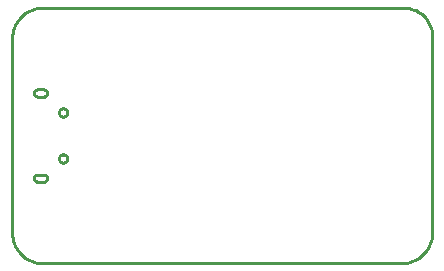
<source format=gbr>
G04 EAGLE Gerber RS-274X export*
G75*
%MOMM*%
%FSLAX34Y34*%
%LPD*%
%IN*%
%IPPOS*%
%AMOC8*
5,1,8,0,0,1.08239X$1,22.5*%
G01*
%ADD10C,0.254000*%


D10*
X0Y25400D02*
X97Y23186D01*
X386Y20989D01*
X865Y18826D01*
X1532Y16713D01*
X2380Y14666D01*
X3403Y12700D01*
X4594Y10831D01*
X5942Y9073D01*
X7440Y7440D01*
X9073Y5942D01*
X10831Y4594D01*
X12700Y3403D01*
X14666Y2380D01*
X16713Y1532D01*
X18826Y865D01*
X20989Y386D01*
X23186Y97D01*
X25400Y0D01*
X330200Y0D01*
X332414Y97D01*
X334611Y386D01*
X336774Y865D01*
X338887Y1532D01*
X340935Y2380D01*
X342900Y3403D01*
X344769Y4594D01*
X346527Y5942D01*
X348161Y7440D01*
X349658Y9073D01*
X351006Y10831D01*
X352197Y12700D01*
X353220Y14666D01*
X354068Y16713D01*
X354735Y18826D01*
X355214Y20989D01*
X355503Y23186D01*
X355600Y25400D01*
X355600Y190500D01*
X355677Y192555D01*
X355574Y194609D01*
X355292Y196646D01*
X354835Y198651D01*
X354204Y200608D01*
X353405Y202503D01*
X352444Y204321D01*
X351328Y206048D01*
X350066Y207671D01*
X348667Y209179D01*
X347142Y210558D01*
X345502Y211800D01*
X343761Y212894D01*
X341931Y213832D01*
X340026Y214606D01*
X338061Y215212D01*
X336050Y215645D01*
X334010Y215900D01*
X25400Y215900D01*
X23186Y215803D01*
X20989Y215514D01*
X18826Y215035D01*
X16713Y214368D01*
X14666Y213520D01*
X12700Y212497D01*
X10831Y211306D01*
X9073Y209958D01*
X7440Y208461D01*
X5942Y206827D01*
X4594Y205069D01*
X3403Y203200D01*
X2380Y201235D01*
X1532Y199187D01*
X865Y197074D01*
X386Y194911D01*
X97Y192714D01*
X0Y190500D01*
X0Y25400D01*
X18680Y71950D02*
X18669Y71709D01*
X18678Y71469D01*
X18709Y71230D01*
X18760Y70994D01*
X18832Y70764D01*
X18923Y70542D01*
X19034Y70327D01*
X19163Y70124D01*
X19309Y69932D01*
X19471Y69754D01*
X19648Y69591D01*
X19839Y69443D01*
X20041Y69313D01*
X20255Y69201D01*
X20477Y69108D01*
X20706Y69035D01*
X20941Y68982D01*
X21180Y68950D01*
X27180Y68950D01*
X27419Y68982D01*
X27654Y69035D01*
X27883Y69108D01*
X28105Y69201D01*
X28319Y69313D01*
X28522Y69443D01*
X28712Y69591D01*
X28889Y69754D01*
X29051Y69932D01*
X29197Y70124D01*
X29326Y70327D01*
X29437Y70542D01*
X29528Y70764D01*
X29600Y70994D01*
X29651Y71230D01*
X29682Y71469D01*
X29691Y71709D01*
X29680Y71950D01*
X29691Y72191D01*
X29682Y72431D01*
X29651Y72670D01*
X29600Y72906D01*
X29528Y73136D01*
X29437Y73359D01*
X29326Y73573D01*
X29197Y73776D01*
X29051Y73968D01*
X28889Y74146D01*
X28712Y74309D01*
X28522Y74457D01*
X28319Y74587D01*
X28105Y74699D01*
X27883Y74792D01*
X27654Y74865D01*
X27419Y74918D01*
X27180Y74950D01*
X21180Y74950D01*
X20941Y74918D01*
X20706Y74865D01*
X20477Y74792D01*
X20255Y74699D01*
X20041Y74587D01*
X19839Y74457D01*
X19648Y74309D01*
X19471Y74146D01*
X19309Y73968D01*
X19163Y73776D01*
X19034Y73573D01*
X18923Y73359D01*
X18832Y73136D01*
X18760Y72906D01*
X18709Y72670D01*
X18678Y72431D01*
X18669Y72191D01*
X18680Y71950D01*
X18680Y143950D02*
X18669Y143709D01*
X18678Y143469D01*
X18709Y143230D01*
X18760Y142994D01*
X18832Y142764D01*
X18923Y142542D01*
X19034Y142327D01*
X19163Y142124D01*
X19309Y141932D01*
X19471Y141754D01*
X19648Y141591D01*
X19839Y141443D01*
X20041Y141313D01*
X20255Y141201D01*
X20477Y141108D01*
X20706Y141035D01*
X20941Y140982D01*
X21180Y140950D01*
X27180Y140950D01*
X27419Y140982D01*
X27654Y141035D01*
X27883Y141108D01*
X28105Y141201D01*
X28319Y141313D01*
X28522Y141443D01*
X28712Y141591D01*
X28889Y141754D01*
X29051Y141932D01*
X29197Y142124D01*
X29326Y142327D01*
X29437Y142542D01*
X29528Y142764D01*
X29600Y142994D01*
X29651Y143230D01*
X29682Y143469D01*
X29691Y143709D01*
X29680Y143950D01*
X29691Y144191D01*
X29682Y144431D01*
X29651Y144670D01*
X29600Y144906D01*
X29528Y145136D01*
X29437Y145359D01*
X29326Y145573D01*
X29197Y145776D01*
X29051Y145968D01*
X28889Y146146D01*
X28712Y146309D01*
X28522Y146457D01*
X28319Y146587D01*
X28105Y146699D01*
X27883Y146792D01*
X27654Y146865D01*
X27419Y146918D01*
X27180Y146950D01*
X21180Y146950D01*
X20941Y146918D01*
X20706Y146865D01*
X20477Y146792D01*
X20255Y146699D01*
X20041Y146587D01*
X19839Y146457D01*
X19648Y146309D01*
X19471Y146146D01*
X19309Y145968D01*
X19163Y145776D01*
X19034Y145573D01*
X18923Y145359D01*
X18832Y145136D01*
X18760Y144906D01*
X18709Y144670D01*
X18678Y144431D01*
X18669Y144191D01*
X18680Y143950D01*
X42951Y123950D02*
X42496Y124010D01*
X42053Y124129D01*
X41629Y124304D01*
X41231Y124534D01*
X40867Y124813D01*
X40543Y125137D01*
X40264Y125501D01*
X40034Y125899D01*
X39859Y126323D01*
X39740Y126766D01*
X39680Y127221D01*
X39680Y127679D01*
X39740Y128134D01*
X39859Y128577D01*
X40034Y129001D01*
X40264Y129399D01*
X40543Y129763D01*
X40867Y130087D01*
X41231Y130366D01*
X41629Y130596D01*
X42053Y130771D01*
X42496Y130890D01*
X42951Y130950D01*
X43409Y130950D01*
X43864Y130890D01*
X44307Y130771D01*
X44731Y130596D01*
X45129Y130366D01*
X45493Y130087D01*
X45817Y129763D01*
X46096Y129399D01*
X46326Y129001D01*
X46501Y128577D01*
X46620Y128134D01*
X46680Y127679D01*
X46680Y127221D01*
X46620Y126766D01*
X46501Y126323D01*
X46326Y125899D01*
X46096Y125501D01*
X45817Y125137D01*
X45493Y124813D01*
X45129Y124534D01*
X44731Y124304D01*
X44307Y124129D01*
X43864Y124010D01*
X43409Y123950D01*
X42951Y123950D01*
X42951Y84950D02*
X42496Y85010D01*
X42053Y85129D01*
X41629Y85304D01*
X41231Y85534D01*
X40867Y85813D01*
X40543Y86137D01*
X40264Y86501D01*
X40034Y86899D01*
X39859Y87323D01*
X39740Y87766D01*
X39680Y88221D01*
X39680Y88679D01*
X39740Y89134D01*
X39859Y89577D01*
X40034Y90001D01*
X40264Y90399D01*
X40543Y90763D01*
X40867Y91087D01*
X41231Y91366D01*
X41629Y91596D01*
X42053Y91771D01*
X42496Y91890D01*
X42951Y91950D01*
X43409Y91950D01*
X43864Y91890D01*
X44307Y91771D01*
X44731Y91596D01*
X45129Y91366D01*
X45493Y91087D01*
X45817Y90763D01*
X46096Y90399D01*
X46326Y90001D01*
X46501Y89577D01*
X46620Y89134D01*
X46680Y88679D01*
X46680Y88221D01*
X46620Y87766D01*
X46501Y87323D01*
X46326Y86899D01*
X46096Y86501D01*
X45817Y86137D01*
X45493Y85813D01*
X45129Y85534D01*
X44731Y85304D01*
X44307Y85129D01*
X43864Y85010D01*
X43409Y84950D01*
X42951Y84950D01*
M02*

</source>
